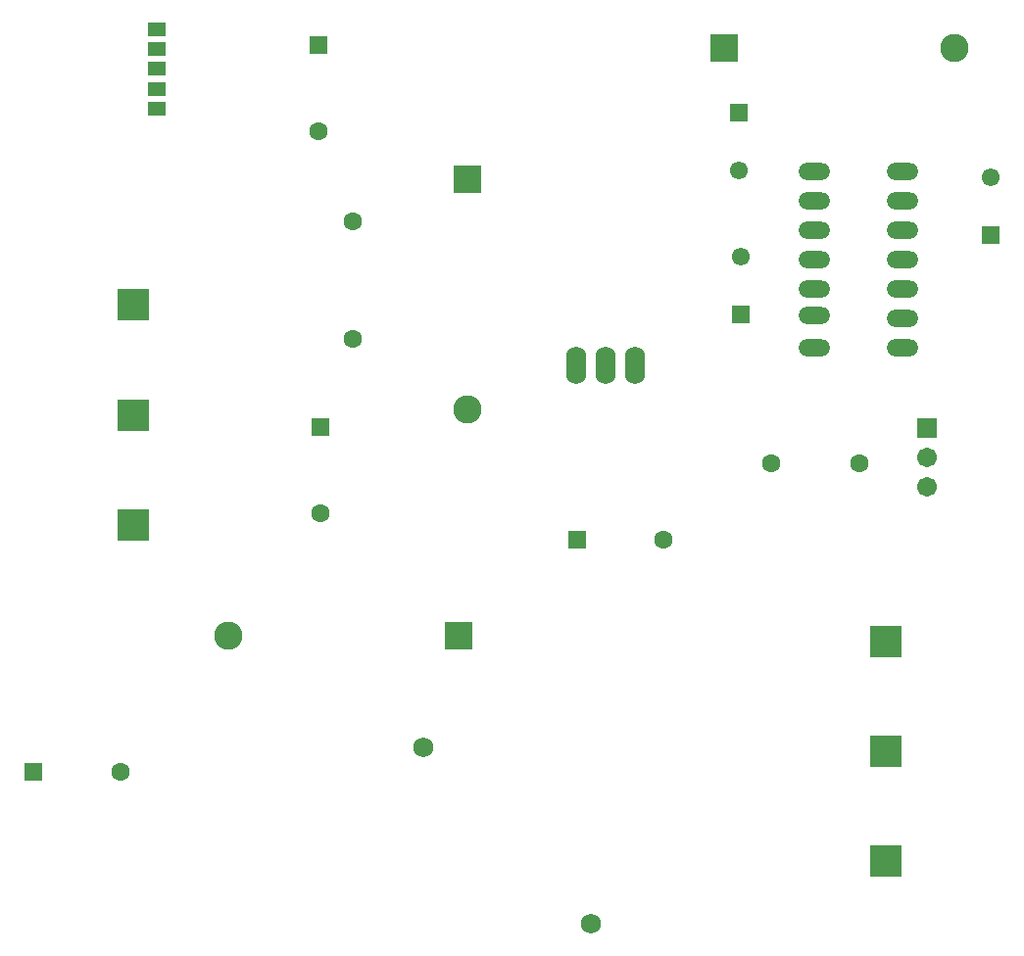
<source format=gts>
G04*
G04 #@! TF.GenerationSoftware,Altium Limited,Altium Designer,22.5.1 (42)*
G04*
G04 Layer_Color=8388736*
%FSLAX44Y44*%
%MOMM*%
G71*
G04*
G04 #@! TF.SameCoordinates,9AAE9822-52E9-4CA5-9BA1-C6C8D3A4EDC0*
G04*
G04*
G04 #@! TF.FilePolarity,Negative*
G04*
G01*
G75*
%ADD18R,1.6032X1.1532*%
%ADD19R,2.7032X2.7032*%
%ADD20C,2.4532*%
%ADD21R,2.4532X2.4532*%
%ADD22C,1.5532*%
%ADD23R,1.5532X1.5532*%
%ADD24C,1.6032*%
%ADD25R,1.6032X1.6032*%
%ADD26R,1.6032X1.6032*%
%ADD27C,1.7272*%
%ADD28O,2.7432X1.4732*%
%ADD29C,0.8032*%
%ADD30R,2.4532X2.4532*%
%ADD31O,1.7272X3.2512*%
%ADD32R,1.7032X1.7032*%
%ADD33C,1.7032*%
D18*
X182880Y633240D02*
D03*
Y701240D02*
D03*
Y684240D02*
D03*
Y667240D02*
D03*
Y650240D02*
D03*
D19*
X162560Y368300D02*
D03*
X162480Y273300D02*
D03*
X162560Y463300D02*
D03*
X812020Y77470D02*
D03*
X812100Y172470D02*
D03*
X812020Y-17530D02*
D03*
D20*
X871660Y685800D02*
D03*
X450850Y372940D02*
D03*
X244670Y177800D02*
D03*
D21*
X672660Y685800D02*
D03*
X443670Y177800D02*
D03*
D22*
X902970Y573640D02*
D03*
X687070Y505460D02*
D03*
X685800Y579520D02*
D03*
D23*
X902970Y523640D02*
D03*
X687070Y455460D02*
D03*
X685800Y629520D02*
D03*
D24*
X713545Y326390D02*
D03*
X789745D02*
D03*
X322580Y613340D02*
D03*
X323850Y283140D02*
D03*
X151130Y59690D02*
D03*
X620430Y260350D02*
D03*
X351790Y535940D02*
D03*
Y434340D02*
D03*
D25*
X322580Y688340D02*
D03*
X323850Y358140D02*
D03*
D26*
X76130Y59690D02*
D03*
X545430Y260350D02*
D03*
D27*
X557530Y-71120D02*
D03*
X412750Y81280D02*
D03*
D28*
X826770Y452120D02*
D03*
Y553720D02*
D03*
Y579120D02*
D03*
X750570D02*
D03*
Y553720D02*
D03*
Y528320D02*
D03*
Y477520D02*
D03*
Y454660D02*
D03*
X826770Y477520D02*
D03*
Y502920D02*
D03*
Y528320D02*
D03*
X750570Y502920D02*
D03*
Y426720D02*
D03*
X826770D02*
D03*
D29*
Y579120D02*
D03*
D30*
X450850Y571940D02*
D03*
D31*
X544830Y411480D02*
D03*
X570230D02*
D03*
X595630D02*
D03*
D32*
X848360Y356870D02*
D03*
D33*
Y331470D02*
D03*
Y306070D02*
D03*
M02*

</source>
